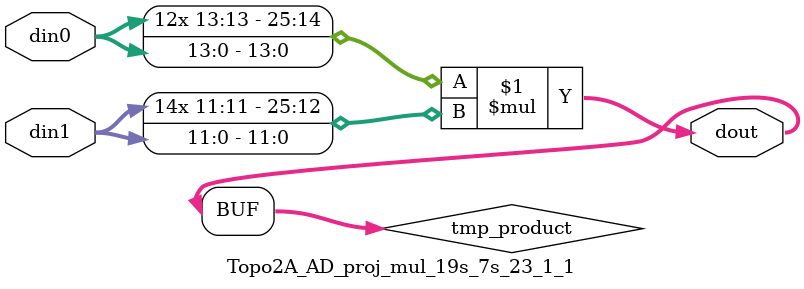
<source format=v>

`timescale 1 ns / 1 ps

 module Topo2A_AD_proj_mul_19s_7s_23_1_1(din0, din1, dout);
parameter ID = 1;
parameter NUM_STAGE = 0;
parameter din0_WIDTH = 14;
parameter din1_WIDTH = 12;
parameter dout_WIDTH = 26;

input [din0_WIDTH - 1 : 0] din0; 
input [din1_WIDTH - 1 : 0] din1; 
output [dout_WIDTH - 1 : 0] dout;

wire signed [dout_WIDTH - 1 : 0] tmp_product;



























assign tmp_product = $signed(din0) * $signed(din1);








assign dout = tmp_product;





















endmodule

</source>
